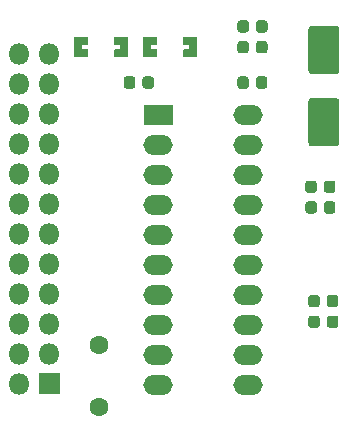
<source format=gbr>
%TF.GenerationSoftware,KiCad,Pcbnew,5.99.0-unknown-ad88874~101~ubuntu20.04.1*%
%TF.CreationDate,2020-05-19T21:35:34-04:00*%
%TF.ProjectId,L6205DIP,4c363230-3544-4495-902e-6b696361645f,rev?*%
%TF.SameCoordinates,Original*%
%TF.FileFunction,Soldermask,Top*%
%TF.FilePolarity,Negative*%
%FSLAX46Y46*%
G04 Gerber Fmt 4.6, Leading zero omitted, Abs format (unit mm)*
G04 Created by KiCad (PCBNEW 5.99.0-unknown-ad88874~101~ubuntu20.04.1) date 2020-05-19 21:35:34*
%MOMM*%
%LPD*%
G01*
G04 APERTURE LIST*
%ADD10O,1.800000X1.800000*%
%ADD11O,2.500000X1.700000*%
%ADD12C,1.600000*%
G04 APERTURE END LIST*
%TO.C,J1*%
G36*
G01*
X107900000Y-130650000D02*
X107900000Y-132350000D01*
G75*
G02*
X107850000Y-132400000I-50000J0D01*
G01*
X106150000Y-132400000D01*
G75*
G02*
X106100000Y-132350000I0J50000D01*
G01*
X106100000Y-130650000D01*
G75*
G02*
X106150000Y-130600000I50000J0D01*
G01*
X107850000Y-130600000D01*
G75*
G02*
X107900000Y-130650000I0J-50000D01*
G01*
G37*
D10*
X104460000Y-131500000D03*
X107000000Y-128960000D03*
X104460000Y-128960000D03*
X107000000Y-126420000D03*
X104460000Y-126420000D03*
X107000000Y-123880000D03*
X104460000Y-123880000D03*
X107000000Y-121340000D03*
X104460000Y-121340000D03*
X107000000Y-118800000D03*
X104460000Y-118800000D03*
X107000000Y-116260000D03*
X104460000Y-116260000D03*
X107000000Y-113720000D03*
X104460000Y-113720000D03*
X107000000Y-111180000D03*
X104460000Y-111180000D03*
X107000000Y-108640000D03*
X104460000Y-108640000D03*
X107000000Y-106100000D03*
X104460000Y-106100000D03*
X107000000Y-103560000D03*
X104460000Y-103560000D03*
%TD*%
%TO.C,C1*%
G36*
G01*
X128687500Y-115106250D02*
X128687500Y-114543750D01*
G75*
G02*
X128931250Y-114300000I243750J0D01*
G01*
X129418750Y-114300000D01*
G75*
G02*
X129662500Y-114543750I0J-243750D01*
G01*
X129662500Y-115106250D01*
G75*
G02*
X129418750Y-115350000I-243750J0D01*
G01*
X128931250Y-115350000D01*
G75*
G02*
X128687500Y-115106250I0J243750D01*
G01*
G37*
G36*
G01*
X130262500Y-115106250D02*
X130262500Y-114543750D01*
G75*
G02*
X130506250Y-114300000I243750J0D01*
G01*
X130993750Y-114300000D01*
G75*
G02*
X131237500Y-114543750I0J-243750D01*
G01*
X131237500Y-115106250D01*
G75*
G02*
X130993750Y-115350000I-243750J0D01*
G01*
X130506250Y-115350000D01*
G75*
G02*
X130262500Y-115106250I0J243750D01*
G01*
G37*
%TD*%
%TO.C,C2*%
G36*
G01*
X130512500Y-126531250D02*
X130512500Y-125968750D01*
G75*
G02*
X130756250Y-125725000I243750J0D01*
G01*
X131243750Y-125725000D01*
G75*
G02*
X131487500Y-125968750I0J-243750D01*
G01*
X131487500Y-126531250D01*
G75*
G02*
X131243750Y-126775000I-243750J0D01*
G01*
X130756250Y-126775000D01*
G75*
G02*
X130512500Y-126531250I0J243750D01*
G01*
G37*
G36*
G01*
X128937500Y-126531250D02*
X128937500Y-125968750D01*
G75*
G02*
X129181250Y-125725000I243750J0D01*
G01*
X129668750Y-125725000D01*
G75*
G02*
X129912500Y-125968750I0J-243750D01*
G01*
X129912500Y-126531250D01*
G75*
G02*
X129668750Y-126775000I-243750J0D01*
G01*
X129181250Y-126775000D01*
G75*
G02*
X128937500Y-126531250I0J243750D01*
G01*
G37*
%TD*%
%TO.C,C3*%
G36*
G01*
X123912500Y-100968750D02*
X123912500Y-101531250D01*
G75*
G02*
X123668750Y-101775000I-243750J0D01*
G01*
X123181250Y-101775000D01*
G75*
G02*
X122937500Y-101531250I0J243750D01*
G01*
X122937500Y-100968750D01*
G75*
G02*
X123181250Y-100725000I243750J0D01*
G01*
X123668750Y-100725000D01*
G75*
G02*
X123912500Y-100968750I0J-243750D01*
G01*
G37*
G36*
G01*
X125487500Y-100968750D02*
X125487500Y-101531250D01*
G75*
G02*
X125243750Y-101775000I-243750J0D01*
G01*
X124756250Y-101775000D01*
G75*
G02*
X124512500Y-101531250I0J243750D01*
G01*
X124512500Y-100968750D01*
G75*
G02*
X124756250Y-100725000I243750J0D01*
G01*
X125243750Y-100725000D01*
G75*
G02*
X125487500Y-100968750I0J-243750D01*
G01*
G37*
%TD*%
%TO.C,C5*%
G36*
G01*
X123912500Y-102718750D02*
X123912500Y-103281250D01*
G75*
G02*
X123668750Y-103525000I-243750J0D01*
G01*
X123181250Y-103525000D01*
G75*
G02*
X122937500Y-103281250I0J243750D01*
G01*
X122937500Y-102718750D01*
G75*
G02*
X123181250Y-102475000I243750J0D01*
G01*
X123668750Y-102475000D01*
G75*
G02*
X123912500Y-102718750I0J-243750D01*
G01*
G37*
G36*
G01*
X125487500Y-102718750D02*
X125487500Y-103281250D01*
G75*
G02*
X125243750Y-103525000I-243750J0D01*
G01*
X124756250Y-103525000D01*
G75*
G02*
X124512500Y-103281250I0J243750D01*
G01*
X124512500Y-102718750D01*
G75*
G02*
X124756250Y-102475000I243750J0D01*
G01*
X125243750Y-102475000D01*
G75*
G02*
X125487500Y-102718750I0J-243750D01*
G01*
G37*
%TD*%
%TO.C,C6*%
G36*
G01*
X124500000Y-106281250D02*
X124500000Y-105718750D01*
G75*
G02*
X124743750Y-105475000I243750J0D01*
G01*
X125231250Y-105475000D01*
G75*
G02*
X125475000Y-105718750I0J-243750D01*
G01*
X125475000Y-106281250D01*
G75*
G02*
X125231250Y-106525000I-243750J0D01*
G01*
X124743750Y-106525000D01*
G75*
G02*
X124500000Y-106281250I0J243750D01*
G01*
G37*
G36*
G01*
X122925000Y-106281250D02*
X122925000Y-105718750D01*
G75*
G02*
X123168750Y-105475000I243750J0D01*
G01*
X123656250Y-105475000D01*
G75*
G02*
X123900000Y-105718750I0J-243750D01*
G01*
X123900000Y-106281250D01*
G75*
G02*
X123656250Y-106525000I-243750J0D01*
G01*
X123168750Y-106525000D01*
G75*
G02*
X122925000Y-106281250I0J243750D01*
G01*
G37*
%TD*%
%TO.C,R1*%
G36*
G01*
X131237500Y-116293750D02*
X131237500Y-116856250D01*
G75*
G02*
X130993750Y-117100000I-243750J0D01*
G01*
X130506250Y-117100000D01*
G75*
G02*
X130262500Y-116856250I0J243750D01*
G01*
X130262500Y-116293750D01*
G75*
G02*
X130506250Y-116050000I243750J0D01*
G01*
X130993750Y-116050000D01*
G75*
G02*
X131237500Y-116293750I0J-243750D01*
G01*
G37*
G36*
G01*
X129662500Y-116293750D02*
X129662500Y-116856250D01*
G75*
G02*
X129418750Y-117100000I-243750J0D01*
G01*
X128931250Y-117100000D01*
G75*
G02*
X128687500Y-116856250I0J243750D01*
G01*
X128687500Y-116293750D01*
G75*
G02*
X128931250Y-116050000I243750J0D01*
G01*
X129418750Y-116050000D01*
G75*
G02*
X129662500Y-116293750I0J-243750D01*
G01*
G37*
%TD*%
%TO.C,R2*%
G36*
G01*
X129912500Y-124218750D02*
X129912500Y-124781250D01*
G75*
G02*
X129668750Y-125025000I-243750J0D01*
G01*
X129181250Y-125025000D01*
G75*
G02*
X128937500Y-124781250I0J243750D01*
G01*
X128937500Y-124218750D01*
G75*
G02*
X129181250Y-123975000I243750J0D01*
G01*
X129668750Y-123975000D01*
G75*
G02*
X129912500Y-124218750I0J-243750D01*
G01*
G37*
G36*
G01*
X131487500Y-124218750D02*
X131487500Y-124781250D01*
G75*
G02*
X131243750Y-125025000I-243750J0D01*
G01*
X130756250Y-125025000D01*
G75*
G02*
X130512500Y-124781250I0J243750D01*
G01*
X130512500Y-124218750D01*
G75*
G02*
X130756250Y-123975000I243750J0D01*
G01*
X131243750Y-123975000D01*
G75*
G02*
X131487500Y-124218750I0J-243750D01*
G01*
G37*
%TD*%
%TO.C,R3*%
G36*
G01*
X114887500Y-106281250D02*
X114887500Y-105718750D01*
G75*
G02*
X115131250Y-105475000I243750J0D01*
G01*
X115618750Y-105475000D01*
G75*
G02*
X115862500Y-105718750I0J-243750D01*
G01*
X115862500Y-106281250D01*
G75*
G02*
X115618750Y-106525000I-243750J0D01*
G01*
X115131250Y-106525000D01*
G75*
G02*
X114887500Y-106281250I0J243750D01*
G01*
G37*
G36*
G01*
X113312500Y-106281250D02*
X113312500Y-105718750D01*
G75*
G02*
X113556250Y-105475000I243750J0D01*
G01*
X114043750Y-105475000D01*
G75*
G02*
X114287500Y-105718750I0J-243750D01*
G01*
X114287500Y-106281250D01*
G75*
G02*
X114043750Y-106525000I-243750J0D01*
G01*
X113556250Y-106525000D01*
G75*
G02*
X113312500Y-106281250I0J243750D01*
G01*
G37*
%TD*%
%TO.C,C4*%
G36*
G01*
X129210000Y-107300000D02*
X131290000Y-107300000D01*
G75*
G02*
X131550000Y-107560000I0J-260000D01*
G01*
X131550000Y-111140000D01*
G75*
G02*
X131290000Y-111400000I-260000J0D01*
G01*
X129210000Y-111400000D01*
G75*
G02*
X128950000Y-111140000I0J260000D01*
G01*
X128950000Y-107560000D01*
G75*
G02*
X129210000Y-107300000I260000J0D01*
G01*
G37*
G36*
G01*
X129210000Y-101200000D02*
X131290000Y-101200000D01*
G75*
G02*
X131550000Y-101460000I0J-260000D01*
G01*
X131550000Y-105040000D01*
G75*
G02*
X131290000Y-105300000I-260000J0D01*
G01*
X129210000Y-105300000D01*
G75*
G02*
X128950000Y-105040000I0J260000D01*
G01*
X128950000Y-101460000D01*
G75*
G02*
X129210000Y-101200000I260000J0D01*
G01*
G37*
%TD*%
D11*
%TO.C,U1*%
X123870000Y-108750000D03*
X116250000Y-131610000D03*
X123870000Y-111290000D03*
X116250000Y-129070000D03*
X123870000Y-113830000D03*
X116250000Y-126530000D03*
X123870000Y-116370000D03*
X116250000Y-123990000D03*
X123870000Y-118910000D03*
X116250000Y-121450000D03*
X123870000Y-121450000D03*
X116250000Y-118910000D03*
X123870000Y-123990000D03*
X116250000Y-116370000D03*
X123870000Y-126530000D03*
X116250000Y-113830000D03*
X123870000Y-129070000D03*
X116250000Y-111290000D03*
X123870000Y-131610000D03*
G36*
G01*
X115000000Y-109550000D02*
X115000000Y-107950000D01*
G75*
G02*
X115050000Y-107900000I50000J0D01*
G01*
X117450000Y-107900000D01*
G75*
G02*
X117500000Y-107950000I0J-50000D01*
G01*
X117500000Y-109550000D01*
G75*
G02*
X117450000Y-109600000I-50000J0D01*
G01*
X115050000Y-109600000D01*
G75*
G02*
X115000000Y-109550000I0J50000D01*
G01*
G37*
%TD*%
D12*
%TO.C,M1*%
X111250000Y-133500000D03*
%TD*%
%TO.C,M2*%
X111250000Y-128250000D03*
%TD*%
%TO.C,D2*%
G36*
X119539092Y-102143826D02*
G01*
X119550000Y-102175000D01*
X119550000Y-103825000D01*
X119531174Y-103864092D01*
X119500000Y-103875000D01*
X118400000Y-103875000D01*
X118360908Y-103856174D01*
X118350000Y-103825000D01*
X118350000Y-103250000D01*
X118368826Y-103210908D01*
X118400000Y-103200000D01*
X118850000Y-103200000D01*
X118850000Y-102800000D01*
X118400000Y-102800000D01*
X118360908Y-102781174D01*
X118350000Y-102750000D01*
X118350000Y-102175000D01*
X118368826Y-102135908D01*
X118400000Y-102125000D01*
X119500000Y-102125000D01*
X119539092Y-102143826D01*
G37*
G36*
X114960908Y-103856174D02*
G01*
X114950000Y-103825000D01*
X114950001Y-102175000D01*
X114968827Y-102135908D01*
X115000001Y-102125000D01*
X116100000Y-102125001D01*
X116139092Y-102143827D01*
X116150000Y-102175001D01*
X116150000Y-102750001D01*
X116131174Y-102789093D01*
X116100000Y-102800001D01*
X115650000Y-102800001D01*
X115650000Y-103200000D01*
X116100000Y-103200000D01*
X116139092Y-103218826D01*
X116150000Y-103250000D01*
X116149999Y-103825000D01*
X116131173Y-103864092D01*
X116099999Y-103875000D01*
X115000000Y-103875000D01*
X114960908Y-103856174D01*
G37*
%TD*%
%TO.C,D1*%
G36*
X109110908Y-103856174D02*
G01*
X109100000Y-103825000D01*
X109100001Y-102175000D01*
X109118827Y-102135908D01*
X109150001Y-102125000D01*
X110250000Y-102125001D01*
X110289092Y-102143827D01*
X110300000Y-102175001D01*
X110300000Y-102750001D01*
X110281174Y-102789093D01*
X110250000Y-102800001D01*
X109800000Y-102800001D01*
X109800000Y-103200000D01*
X110250000Y-103200000D01*
X110289092Y-103218826D01*
X110300000Y-103250000D01*
X110299999Y-103825000D01*
X110281173Y-103864092D01*
X110249999Y-103875000D01*
X109150000Y-103875000D01*
X109110908Y-103856174D01*
G37*
G36*
X113689092Y-102143826D02*
G01*
X113700000Y-102175000D01*
X113700000Y-103825000D01*
X113681174Y-103864092D01*
X113650000Y-103875000D01*
X112550000Y-103875000D01*
X112510908Y-103856174D01*
X112500000Y-103825000D01*
X112500000Y-103250000D01*
X112518826Y-103210908D01*
X112550000Y-103200000D01*
X113000000Y-103200000D01*
X113000000Y-102800000D01*
X112550000Y-102800000D01*
X112510908Y-102781174D01*
X112500000Y-102750000D01*
X112500000Y-102175000D01*
X112518826Y-102135908D01*
X112550000Y-102125000D01*
X113650000Y-102125000D01*
X113689092Y-102143826D01*
G37*
%TD*%
M02*

</source>
